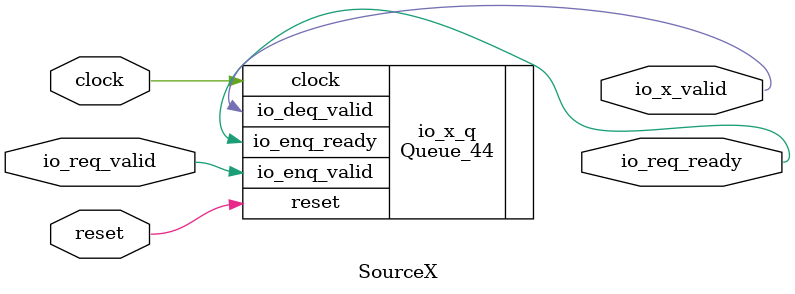
<source format=sv>
`ifndef RANDOMIZE
  `ifdef RANDOMIZE_MEM_INIT
    `define RANDOMIZE
  `endif // RANDOMIZE_MEM_INIT
`endif // not def RANDOMIZE
`ifndef RANDOMIZE
  `ifdef RANDOMIZE_REG_INIT
    `define RANDOMIZE
  `endif // RANDOMIZE_REG_INIT
`endif // not def RANDOMIZE

`ifndef RANDOM
  `define RANDOM $random
`endif // not def RANDOM

// Users can define INIT_RANDOM as general code that gets injected into the
// initializer block for modules with registers.
`ifndef INIT_RANDOM
  `define INIT_RANDOM
`endif // not def INIT_RANDOM

// If using random initialization, you can also define RANDOMIZE_DELAY to
// customize the delay used, otherwise 0.002 is used.
`ifndef RANDOMIZE_DELAY
  `define RANDOMIZE_DELAY 0.002
`endif // not def RANDOMIZE_DELAY

// Define INIT_RANDOM_PROLOG_ for use in our modules below.
`ifndef INIT_RANDOM_PROLOG_
  `ifdef RANDOMIZE
    `ifdef VERILATOR
      `define INIT_RANDOM_PROLOG_ `INIT_RANDOM
    `else  // VERILATOR
      `define INIT_RANDOM_PROLOG_ `INIT_RANDOM #`RANDOMIZE_DELAY begin end
    `endif // VERILATOR
  `else  // RANDOMIZE
    `define INIT_RANDOM_PROLOG_
  `endif // RANDOMIZE
`endif // not def INIT_RANDOM_PROLOG_

// Include register initializers in init blocks unless synthesis is set
`ifndef SYNTHESIS
  `ifndef ENABLE_INITIAL_REG_
    `define ENABLE_INITIAL_REG_
  `endif // not def ENABLE_INITIAL_REG_
`endif // not def SYNTHESIS

// Include rmemory initializers in init blocks unless synthesis is set
`ifndef SYNTHESIS
  `ifndef ENABLE_INITIAL_MEM_
    `define ENABLE_INITIAL_MEM_
  `endif // not def ENABLE_INITIAL_MEM_
`endif // not def SYNTHESIS

// Standard header to adapt well known macros for prints and assertions.

// Users can define 'PRINTF_COND' to add an extra gate to prints.
`ifndef PRINTF_COND_
  `ifdef PRINTF_COND
    `define PRINTF_COND_ (`PRINTF_COND)
  `else  // PRINTF_COND
    `define PRINTF_COND_ 1
  `endif // PRINTF_COND
`endif // not def PRINTF_COND_

// Users can define 'ASSERT_VERBOSE_COND' to add an extra gate to assert error printing.
`ifndef ASSERT_VERBOSE_COND_
  `ifdef ASSERT_VERBOSE_COND
    `define ASSERT_VERBOSE_COND_ (`ASSERT_VERBOSE_COND)
  `else  // ASSERT_VERBOSE_COND
    `define ASSERT_VERBOSE_COND_ 1
  `endif // ASSERT_VERBOSE_COND
`endif // not def ASSERT_VERBOSE_COND_

// Users can define 'STOP_COND' to add an extra gate to stop conditions.
`ifndef STOP_COND_
  `ifdef STOP_COND
    `define STOP_COND_ (`STOP_COND)
  `else  // STOP_COND
    `define STOP_COND_ 1
  `endif // STOP_COND
`endif // not def STOP_COND_

module SourceX(
  input  clock,
         reset,
  output io_req_ready,	// @[generators/rocket-chip-inclusive-cache/design/craft/inclusivecache/src/SourceX.scala:31:14]
  input  io_req_valid,	// @[generators/rocket-chip-inclusive-cache/design/craft/inclusivecache/src/SourceX.scala:31:14]
  output io_x_valid	// @[generators/rocket-chip-inclusive-cache/design/craft/inclusivecache/src/SourceX.scala:31:14]
);

  Queue_44 io_x_q (	// @[src/main/scala/chisel3/util/Decoupled.scala:376:21]
    .clock        (clock),
    .reset        (reset),
    .io_enq_ready (io_req_ready),
    .io_enq_valid (io_req_valid),
    .io_deq_valid (io_x_valid)
  );
endmodule


</source>
